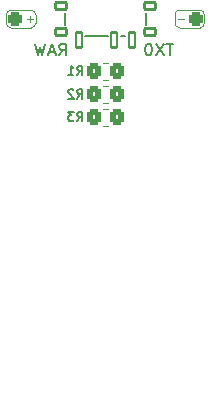
<source format=gbo>
%TF.GenerationSoftware,KiCad,Pcbnew,7.0.7-2.fc38*%
%TF.CreationDate,2023-10-08T12:30:22+05:30*%
%TF.ProjectId,tako_right,74616b6f-5f72-4696-9768-742e6b696361,rev?*%
%TF.SameCoordinates,Original*%
%TF.FileFunction,Legend,Bot*%
%TF.FilePolarity,Positive*%
%FSLAX46Y46*%
G04 Gerber Fmt 4.6, Leading zero omitted, Abs format (unit mm)*
G04 Created by KiCad (PCBNEW 7.0.7-2.fc38) date 2023-10-08 12:30:22*
%MOMM*%
%LPD*%
G01*
G04 APERTURE LIST*
G04 Aperture macros list*
%AMRoundRect*
0 Rectangle with rounded corners*
0 $1 Rounding radius*
0 $2 $3 $4 $5 $6 $7 $8 $9 X,Y pos of 4 corners*
0 Add a 4 corners polygon primitive as box body*
4,1,4,$2,$3,$4,$5,$6,$7,$8,$9,$2,$3,0*
0 Add four circle primitives for the rounded corners*
1,1,$1+$1,$2,$3*
1,1,$1+$1,$4,$5*
1,1,$1+$1,$6,$7*
1,1,$1+$1,$8,$9*
0 Add four rect primitives between the rounded corners*
20,1,$1+$1,$2,$3,$4,$5,0*
20,1,$1+$1,$4,$5,$6,$7,0*
20,1,$1+$1,$6,$7,$8,$9,0*
20,1,$1+$1,$8,$9,$2,$3,0*%
G04 Aperture macros list end*
%ADD10C,0.150000*%
%ADD11C,0.100000*%
%ADD12C,0.200000*%
%ADD13C,0.120000*%
%ADD14R,1.752600X1.752600*%
%ADD15C,1.752600*%
%ADD16C,3.400000*%
%ADD17C,0.750000*%
%ADD18RoundRect,0.312500X-0.312500X-0.312500X0.312500X-0.312500X0.312500X0.312500X-0.312500X0.312500X0*%
%ADD19C,3.500000*%
%ADD20C,0.800000*%
%ADD21O,2.000000X1.600000*%
%ADD22RoundRect,0.312500X0.312500X0.312500X-0.312500X0.312500X-0.312500X-0.312500X0.312500X-0.312500X0*%
%ADD23RoundRect,0.120000X-0.480000X-0.280000X0.480000X-0.280000X0.480000X0.280000X-0.480000X0.280000X0*%
%ADD24C,0.900000*%
%ADD25RoundRect,0.105000X-0.245000X-0.645000X0.245000X-0.645000X0.245000X0.645000X-0.245000X0.645000X0*%
%ADD26RoundRect,0.250000X0.350000X0.450000X-0.350000X0.450000X-0.350000X-0.450000X0.350000X-0.450000X0*%
%ADD27RoundRect,0.250000X-0.350000X-0.450000X0.350000X-0.450000X0.350000X0.450000X-0.350000X0.450000X0*%
G04 APERTURE END LIST*
D10*
X263492669Y-59898478D02*
X262921241Y-59898478D01*
X263206955Y-60898478D02*
X263206955Y-59898478D01*
X262683145Y-59898478D02*
X262016479Y-60898478D01*
X262016479Y-59898478D02*
X262683145Y-60898478D01*
X261445050Y-59898478D02*
X261349812Y-59898478D01*
X261349812Y-59898478D02*
X261254574Y-59946097D01*
X261254574Y-59946097D02*
X261206955Y-59993716D01*
X261206955Y-59993716D02*
X261159336Y-60088954D01*
X261159336Y-60088954D02*
X261111717Y-60279430D01*
X261111717Y-60279430D02*
X261111717Y-60517525D01*
X261111717Y-60517525D02*
X261159336Y-60708001D01*
X261159336Y-60708001D02*
X261206955Y-60803239D01*
X261206955Y-60803239D02*
X261254574Y-60850859D01*
X261254574Y-60850859D02*
X261349812Y-60898478D01*
X261349812Y-60898478D02*
X261445050Y-60898478D01*
X261445050Y-60898478D02*
X261540288Y-60850859D01*
X261540288Y-60850859D02*
X261587907Y-60803239D01*
X261587907Y-60803239D02*
X261635526Y-60708001D01*
X261635526Y-60708001D02*
X261683145Y-60517525D01*
X261683145Y-60517525D02*
X261683145Y-60279430D01*
X261683145Y-60279430D02*
X261635526Y-60088954D01*
X261635526Y-60088954D02*
X261587907Y-59993716D01*
X261587907Y-59993716D02*
X261540288Y-59946097D01*
X261540288Y-59946097D02*
X261445050Y-59898478D01*
X253845051Y-60898478D02*
X254178384Y-60422287D01*
X254416479Y-60898478D02*
X254416479Y-59898478D01*
X254416479Y-59898478D02*
X254035527Y-59898478D01*
X254035527Y-59898478D02*
X253940289Y-59946097D01*
X253940289Y-59946097D02*
X253892670Y-59993716D01*
X253892670Y-59993716D02*
X253845051Y-60088954D01*
X253845051Y-60088954D02*
X253845051Y-60231811D01*
X253845051Y-60231811D02*
X253892670Y-60327049D01*
X253892670Y-60327049D02*
X253940289Y-60374668D01*
X253940289Y-60374668D02*
X254035527Y-60422287D01*
X254035527Y-60422287D02*
X254416479Y-60422287D01*
X253464098Y-60612763D02*
X252987908Y-60612763D01*
X253559336Y-60898478D02*
X253226003Y-59898478D01*
X253226003Y-59898478D02*
X252892670Y-60898478D01*
X252654574Y-59898478D02*
X252416479Y-60898478D01*
X252416479Y-60898478D02*
X252226003Y-60184192D01*
X252226003Y-60184192D02*
X252035527Y-60898478D01*
X252035527Y-60898478D02*
X251797432Y-59898478D01*
X255356706Y-66463752D02*
X255623373Y-66082799D01*
X255813849Y-66463752D02*
X255813849Y-65663752D01*
X255813849Y-65663752D02*
X255509087Y-65663752D01*
X255509087Y-65663752D02*
X255432897Y-65701847D01*
X255432897Y-65701847D02*
X255394802Y-65739942D01*
X255394802Y-65739942D02*
X255356706Y-65816133D01*
X255356706Y-65816133D02*
X255356706Y-65930418D01*
X255356706Y-65930418D02*
X255394802Y-66006609D01*
X255394802Y-66006609D02*
X255432897Y-66044704D01*
X255432897Y-66044704D02*
X255509087Y-66082799D01*
X255509087Y-66082799D02*
X255813849Y-66082799D01*
X255090040Y-65663752D02*
X254594802Y-65663752D01*
X254594802Y-65663752D02*
X254861468Y-65968514D01*
X254861468Y-65968514D02*
X254747183Y-65968514D01*
X254747183Y-65968514D02*
X254670992Y-66006609D01*
X254670992Y-66006609D02*
X254632897Y-66044704D01*
X254632897Y-66044704D02*
X254594802Y-66120895D01*
X254594802Y-66120895D02*
X254594802Y-66311371D01*
X254594802Y-66311371D02*
X254632897Y-66387561D01*
X254632897Y-66387561D02*
X254670992Y-66425657D01*
X254670992Y-66425657D02*
X254747183Y-66463752D01*
X254747183Y-66463752D02*
X254975754Y-66463752D01*
X254975754Y-66463752D02*
X255051945Y-66425657D01*
X255051945Y-66425657D02*
X255090040Y-66387561D01*
X255356703Y-64563753D02*
X255623370Y-64182800D01*
X255813846Y-64563753D02*
X255813846Y-63763753D01*
X255813846Y-63763753D02*
X255509084Y-63763753D01*
X255509084Y-63763753D02*
X255432894Y-63801848D01*
X255432894Y-63801848D02*
X255394799Y-63839943D01*
X255394799Y-63839943D02*
X255356703Y-63916134D01*
X255356703Y-63916134D02*
X255356703Y-64030419D01*
X255356703Y-64030419D02*
X255394799Y-64106610D01*
X255394799Y-64106610D02*
X255432894Y-64144705D01*
X255432894Y-64144705D02*
X255509084Y-64182800D01*
X255509084Y-64182800D02*
X255813846Y-64182800D01*
X255051942Y-63839943D02*
X255013846Y-63801848D01*
X255013846Y-63801848D02*
X254937656Y-63763753D01*
X254937656Y-63763753D02*
X254747180Y-63763753D01*
X254747180Y-63763753D02*
X254670989Y-63801848D01*
X254670989Y-63801848D02*
X254632894Y-63839943D01*
X254632894Y-63839943D02*
X254594799Y-63916134D01*
X254594799Y-63916134D02*
X254594799Y-63992324D01*
X254594799Y-63992324D02*
X254632894Y-64106610D01*
X254632894Y-64106610D02*
X255090037Y-64563753D01*
X255090037Y-64563753D02*
X254594799Y-64563753D01*
X255356703Y-62578353D02*
X255623370Y-62197400D01*
X255813846Y-62578353D02*
X255813846Y-61778353D01*
X255813846Y-61778353D02*
X255509084Y-61778353D01*
X255509084Y-61778353D02*
X255432894Y-61816448D01*
X255432894Y-61816448D02*
X255394799Y-61854543D01*
X255394799Y-61854543D02*
X255356703Y-61930734D01*
X255356703Y-61930734D02*
X255356703Y-62045019D01*
X255356703Y-62045019D02*
X255394799Y-62121210D01*
X255394799Y-62121210D02*
X255432894Y-62159305D01*
X255432894Y-62159305D02*
X255509084Y-62197400D01*
X255509084Y-62197400D02*
X255813846Y-62197400D01*
X254594799Y-62578353D02*
X255051942Y-62578353D01*
X254823370Y-62578353D02*
X254823370Y-61778353D01*
X254823370Y-61778353D02*
X254899561Y-61892638D01*
X254899561Y-61892638D02*
X254975751Y-61968829D01*
X254975751Y-61968829D02*
X255051942Y-62006924D01*
D11*
%TO.C,BAT_HOLE+1*%
X249366908Y-58169421D02*
X249366908Y-57469421D01*
X249766908Y-57069421D02*
X251466908Y-57069421D01*
X251116908Y-57819421D02*
X251616908Y-57819421D01*
X251366908Y-57569421D02*
X251366908Y-58069421D01*
X251466908Y-58569421D02*
X249766908Y-58569421D01*
X251866908Y-57469421D02*
X251866908Y-58169421D01*
X249766908Y-57069421D02*
G75*
G03*
X249366908Y-57469421I-1J-399999D01*
G01*
X249366908Y-58169421D02*
G75*
G03*
X249766908Y-58569421I399999J-1D01*
G01*
X251866908Y-57469421D02*
G75*
G03*
X251466908Y-57069421I-400000J0D01*
G01*
X251466908Y-58569421D02*
G75*
G03*
X251866908Y-58169421I0J400000D01*
G01*
%TO.C,BAT_HOLE-1*%
X266140409Y-57469423D02*
X266140409Y-58169423D01*
X265740409Y-58569423D02*
X264040409Y-58569423D01*
X264390409Y-57819423D02*
X263890409Y-57819423D01*
X264040409Y-57069423D02*
X265740409Y-57069423D01*
X263640409Y-58169423D02*
X263640409Y-57469423D01*
X265740409Y-58569423D02*
G75*
G03*
X266140409Y-58169423I1J399999D01*
G01*
X266140409Y-57469423D02*
G75*
G03*
X265740409Y-57069423I-399999J1D01*
G01*
X263640409Y-58169423D02*
G75*
G03*
X264040409Y-58569423I400000J0D01*
G01*
X264040409Y-57069423D02*
G75*
G03*
X263640409Y-57469423I0J-400000D01*
G01*
D12*
%TO.C,PSW1*%
X254354580Y-58342138D02*
X254354580Y-57342138D01*
X256054580Y-59262138D02*
X257954580Y-59262138D01*
X259054580Y-59262138D02*
X259454580Y-59262138D01*
X261154580Y-57342138D02*
X261154580Y-58342138D01*
D13*
%TO.C,R3*%
X257999582Y-66877134D02*
X257545454Y-66877134D01*
X257999582Y-65407134D02*
X257545454Y-65407134D01*
%TO.C,R2*%
X257999577Y-64927137D02*
X257545449Y-64927137D01*
X257999577Y-63457137D02*
X257545449Y-63457137D01*
%TO.C,R1*%
X257545450Y-61507136D02*
X257999578Y-61507136D01*
X257545450Y-62977136D02*
X257999578Y-62977136D01*
%TD*%
D14*
%TO.C,U1*%
X265374575Y-60373659D03*
D15*
X265374575Y-62913659D03*
X265374575Y-65453659D03*
X265374575Y-67993659D03*
X265374575Y-70533659D03*
X265374575Y-73073659D03*
X265374575Y-75613659D03*
X265374575Y-78153659D03*
X265374575Y-80693659D03*
X265374575Y-83233659D03*
X265374575Y-85773659D03*
X265374575Y-88313659D03*
X250134575Y-88313659D03*
X250134575Y-85773659D03*
X250134575Y-83233659D03*
X250134575Y-80693659D03*
X250134575Y-78153659D03*
X250134575Y-75613659D03*
X250134575Y-73073659D03*
X250134575Y-70533659D03*
X250134575Y-67993659D03*
X250134575Y-65453659D03*
X250134575Y-62913659D03*
X250134575Y-60373659D03*
%TD*%
%LPC*%
D16*
%TO.C,H1*%
X162639543Y-44666058D03*
%TD*%
D17*
%TO.C,RSW1*%
X266490971Y-105420627D03*
X263740971Y-105420627D03*
%TD*%
D18*
%TO.C,BAT_HOLE+1*%
X250116908Y-57819421D03*
%TD*%
D16*
%TO.C,H9*%
X219789549Y-33166058D03*
%TD*%
%TO.C,H10*%
X238839551Y-35666058D03*
%TD*%
D19*
%TO.C,H17*%
X250364002Y-97039421D03*
%TD*%
D16*
%TO.C,H13*%
X239297894Y-106243092D03*
%TD*%
%TO.C,H2*%
X162639541Y-64385492D03*
%TD*%
%TO.C,H5*%
X176639550Y-94960499D03*
%TD*%
D19*
%TO.C,H15*%
X250364001Y-54480531D03*
%TD*%
D20*
%TO.C,J1*%
X265065975Y-97039423D03*
X258065975Y-97039423D03*
D21*
X255365975Y-94739423D03*
X263465975Y-99339423D03*
X260465975Y-99339423D03*
X256465975Y-99339423D03*
%TD*%
D16*
%TO.C,H14*%
X274694073Y-117014750D03*
%TD*%
%TO.C,H12*%
X238839549Y-74434995D03*
%TD*%
%TO.C,H6*%
X200739542Y-46384998D03*
%TD*%
%TO.C,H4*%
X181689545Y-32666057D03*
%TD*%
%TO.C,H11*%
X238839549Y-55384995D03*
%TD*%
D15*
%TO.C,DISP1*%
X252674330Y-92332635D03*
X255214330Y-92332635D03*
X257754330Y-92332635D03*
X260294330Y-92332635D03*
X262834330Y-92332635D03*
%TD*%
D19*
%TO.C,H16*%
X265145326Y-54480079D03*
%TD*%
D16*
%TO.C,H7*%
X200739541Y-65434995D03*
%TD*%
D22*
%TO.C,BAT_HOLE-1*%
X265390409Y-57819423D03*
%TD*%
D16*
%TO.C,H3*%
X162639550Y-83435488D03*
%TD*%
%TO.C,H19*%
X257715972Y-116670626D03*
%TD*%
%TO.C,H8*%
X200739548Y-86959992D03*
%TD*%
D23*
%TO.C,PSW1*%
X254004580Y-56712138D03*
X254004580Y-58922138D03*
D24*
X256254580Y-57812138D03*
X259254580Y-57812138D03*
D23*
X261504580Y-56712138D03*
X261504580Y-58922138D03*
D25*
X255504580Y-59572138D03*
X258504580Y-59572138D03*
X260004580Y-59572138D03*
%TD*%
D14*
%TO.C,U1*%
X265374575Y-60373659D03*
D15*
X265374575Y-62913659D03*
X265374575Y-65453659D03*
X265374575Y-67993659D03*
X265374575Y-70533659D03*
X265374575Y-73073659D03*
X265374575Y-75613659D03*
X265374575Y-78153659D03*
X265374575Y-80693659D03*
X265374575Y-83233659D03*
X265374575Y-85773659D03*
X265374575Y-88313659D03*
X250134575Y-88313659D03*
X250134575Y-85773659D03*
X250134575Y-83233659D03*
X250134575Y-80693659D03*
X250134575Y-78153659D03*
X250134575Y-75613659D03*
X250134575Y-73073659D03*
X250134575Y-70533659D03*
X250134575Y-67993659D03*
X250134575Y-65453659D03*
X250134575Y-62913659D03*
X250134575Y-60373659D03*
%TD*%
D26*
%TO.C,R3*%
X258772518Y-66142134D03*
X256772518Y-66142134D03*
%TD*%
%TO.C,R2*%
X258772513Y-64192137D03*
X256772513Y-64192137D03*
%TD*%
D27*
%TO.C,R1*%
X256772514Y-62242136D03*
X258772514Y-62242136D03*
%TD*%
%LPD*%
M02*

</source>
